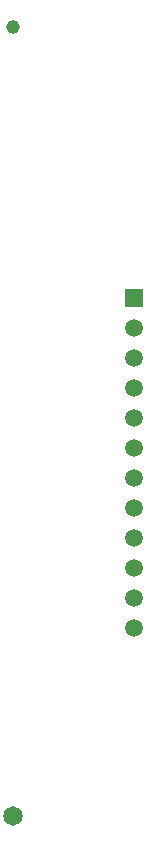
<source format=gbr>
%TF.GenerationSoftware,Altium Limited,Altium Designer,20.1.14 (287)*%
G04 Layer_Color=255*
%FSLAX26Y26*%
%MOIN*%
%TF.SameCoordinates,6A0BC998-17C7-4340-AACC-798D36D37454*%
%TF.FilePolarity,Positive*%
%TF.FileFunction,Pads,Bot*%
%TF.Part,Single*%
G01*
G75*
%TA.AperFunction,ComponentPad*%
%ADD13C,0.045276*%
%ADD14C,0.064961*%
%ADD15C,0.059055*%
%ADD16R,0.059055X0.059055*%
D13*
X1896417Y4869449D02*
D03*
D14*
Y2239528D02*
D03*
D15*
X2300000Y2865000D02*
D03*
Y2965000D02*
D03*
Y3065000D02*
D03*
Y3165000D02*
D03*
Y3265000D02*
D03*
Y3365000D02*
D03*
Y3465000D02*
D03*
Y3565000D02*
D03*
Y3665000D02*
D03*
Y3765000D02*
D03*
Y3865000D02*
D03*
D16*
Y3965000D02*
D03*
%TF.MD5,49e7b05573fb9723a4bd339e88d9501d*%
M02*

</source>
